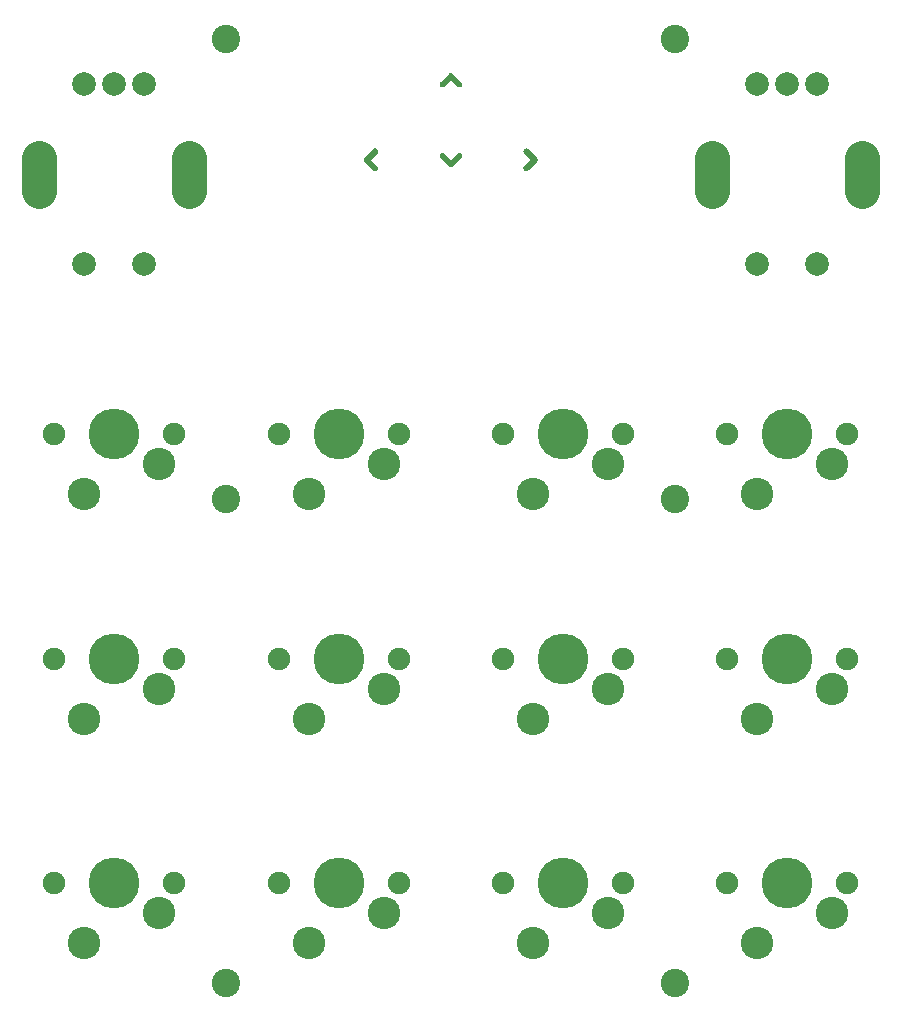
<source format=gbr>
G04 EAGLE Gerber RS-274X export*
G75*
%MOMM*%
%FSLAX34Y34*%
%LPD*%
%INSoldermask Top*%
%IPPOS*%
%AMOC8*
5,1,8,0,0,1.08239X$1,22.5*%
G01*
%ADD10C,2.403200*%
%ADD11C,1.903200*%
%ADD12C,2.743200*%
%ADD13C,4.303200*%
%ADD14C,2.003200*%
%ADD15C,3.003200*%

G36*
X405253Y726146D02*
X405253Y726146D01*
X405311Y726147D01*
X406003Y726269D01*
X406004Y726270D01*
X406005Y726270D01*
X406162Y726326D01*
X406774Y726672D01*
X406807Y726702D01*
X406881Y726754D01*
X413882Y733740D01*
X413889Y733751D01*
X413902Y733762D01*
X414370Y734289D01*
X414387Y734317D01*
X414454Y734418D01*
X414738Y735062D01*
X414738Y735063D01*
X414779Y735224D01*
X414834Y735925D01*
X414834Y735926D01*
X414819Y736091D01*
X414640Y736771D01*
X414640Y736772D01*
X414640Y736773D01*
X414620Y736817D01*
X414616Y736833D01*
X414606Y736846D01*
X414570Y736925D01*
X414176Y737506D01*
X414176Y737507D01*
X414060Y737627D01*
X413496Y738046D01*
X413495Y738047D01*
X413346Y738122D01*
X412675Y738331D01*
X412674Y738331D01*
X412509Y738353D01*
X411806Y738328D01*
X411806Y738327D01*
X411805Y738328D01*
X411642Y738294D01*
X410987Y738038D01*
X410973Y738029D01*
X410848Y737955D01*
X410309Y737502D01*
X410297Y737487D01*
X410276Y737472D01*
X405153Y732329D01*
X400028Y737485D01*
X400023Y737489D01*
X400020Y737492D01*
X400008Y737499D01*
X399992Y737518D01*
X399449Y737966D01*
X399439Y737972D01*
X399308Y738048D01*
X398650Y738297D01*
X398649Y738297D01*
X398486Y738329D01*
X397783Y738346D01*
X397782Y738346D01*
X397617Y738322D01*
X396948Y738106D01*
X396947Y738106D01*
X396904Y738083D01*
X396894Y738081D01*
X396875Y738068D01*
X396799Y738028D01*
X396240Y737602D01*
X396239Y737602D01*
X396126Y737481D01*
X395738Y736894D01*
X395737Y736893D01*
X395710Y736833D01*
X395691Y736803D01*
X395687Y736780D01*
X395670Y736740D01*
X395498Y736058D01*
X395485Y735892D01*
X395549Y735192D01*
X395549Y735191D01*
X395549Y735190D01*
X395591Y735030D01*
X395883Y734390D01*
X395904Y734361D01*
X395966Y734263D01*
X396438Y733739D01*
X396447Y733732D01*
X396456Y733720D01*
X402950Y727225D01*
X402954Y727223D01*
X402957Y727218D01*
X403466Y726729D01*
X403504Y726705D01*
X403573Y726651D01*
X404190Y726314D01*
X404191Y726314D01*
X404192Y726313D01*
X404350Y726259D01*
X405044Y726147D01*
X405074Y726148D01*
X405114Y726141D01*
X405215Y726139D01*
X405253Y726146D01*
G37*
G36*
X341130Y722792D02*
X341130Y722792D01*
X341289Y722803D01*
X341973Y722968D01*
X342126Y723033D01*
X342718Y723413D01*
X342729Y723424D01*
X342838Y723522D01*
X343223Y724005D01*
X343234Y724025D01*
X343301Y724145D01*
X343543Y724805D01*
X343543Y724806D01*
X343544Y724807D01*
X343573Y724970D01*
X343582Y725673D01*
X343582Y725674D01*
X343582Y725675D01*
X343555Y725840D01*
X343330Y726506D01*
X343329Y726506D01*
X343329Y726507D01*
X343250Y726653D01*
X342816Y727207D01*
X342796Y727224D01*
X342775Y727253D01*
X337608Y732388D01*
X337741Y732528D01*
X342732Y737519D01*
X342744Y737536D01*
X342763Y737553D01*
X343213Y738095D01*
X343220Y738108D01*
X343295Y738236D01*
X343546Y738892D01*
X343546Y738893D01*
X343547Y738893D01*
X343579Y739057D01*
X343599Y739759D01*
X343599Y739760D01*
X343597Y739772D01*
X343598Y739780D01*
X343592Y739806D01*
X343575Y739925D01*
X343362Y740595D01*
X343362Y740596D01*
X343362Y740597D01*
X343285Y740744D01*
X342861Y741306D01*
X342740Y741420D01*
X342155Y741810D01*
X342154Y741811D01*
X342002Y741879D01*
X341320Y742053D01*
X341154Y742067D01*
X340453Y742006D01*
X340452Y742006D01*
X340291Y741964D01*
X339650Y741675D01*
X339622Y741655D01*
X339522Y741592D01*
X338997Y741121D01*
X338991Y741113D01*
X338986Y741109D01*
X338985Y741108D01*
X338977Y741103D01*
X332483Y734608D01*
X332481Y734605D01*
X332476Y734602D01*
X331986Y734093D01*
X331962Y734056D01*
X331909Y733990D01*
X331568Y733375D01*
X331512Y733218D01*
X331391Y732526D01*
X331391Y732521D01*
X331390Y732361D01*
X331501Y731666D01*
X331555Y731509D01*
X331888Y730890D01*
X331917Y730855D01*
X331967Y730782D01*
X332454Y730271D01*
X332459Y730268D01*
X332462Y730263D01*
X338957Y723769D01*
X338967Y723762D01*
X338976Y723751D01*
X339346Y723418D01*
X339500Y723279D01*
X339532Y723260D01*
X339625Y723196D01*
X340264Y722903D01*
X340265Y722902D01*
X340425Y722859D01*
X341125Y722792D01*
X341130Y722792D01*
G37*
G36*
X412370Y793699D02*
X412370Y793699D01*
X412530Y793708D01*
X413215Y793868D01*
X413368Y793932D01*
X413963Y794308D01*
X413981Y794325D01*
X414003Y794336D01*
X414079Y794419D01*
X414106Y794445D01*
X414109Y794452D01*
X414115Y794459D01*
X414473Y795012D01*
X414489Y795053D01*
X414527Y795125D01*
X414749Y795792D01*
X414750Y795796D01*
X414775Y795955D01*
X414767Y796659D01*
X414766Y796662D01*
X414737Y796822D01*
X414500Y797483D01*
X414494Y797493D01*
X414420Y797626D01*
X413980Y798176D01*
X413962Y798192D01*
X413943Y798217D01*
X406947Y805209D01*
X406911Y805233D01*
X406857Y805280D01*
X406259Y805651D01*
X406241Y805657D01*
X406111Y805712D01*
X405426Y805873D01*
X405404Y805874D01*
X405266Y805884D01*
X404566Y805820D01*
X404546Y805814D01*
X404410Y805780D01*
X403766Y805497D01*
X403737Y805476D01*
X403638Y805415D01*
X403108Y804950D01*
X403100Y804938D01*
X403085Y804928D01*
X396590Y798434D01*
X396588Y798430D01*
X396583Y798426D01*
X396094Y797916D01*
X396070Y797879D01*
X396016Y797809D01*
X395681Y797191D01*
X395680Y797190D01*
X395627Y797032D01*
X395515Y796338D01*
X395515Y796337D01*
X395517Y796171D01*
X395640Y795479D01*
X395641Y795478D01*
X395641Y795477D01*
X395697Y795321D01*
X396043Y794709D01*
X396044Y794708D01*
X396149Y794579D01*
X396678Y794116D01*
X396678Y794115D01*
X396679Y794115D01*
X396821Y794028D01*
X397473Y793766D01*
X397474Y793766D01*
X397474Y793765D01*
X397637Y793730D01*
X398339Y793699D01*
X398340Y793699D01*
X398505Y793720D01*
X399179Y793922D01*
X399180Y793922D01*
X399329Y793996D01*
X399897Y794411D01*
X399920Y794435D01*
X399957Y794462D01*
X405170Y799708D01*
X405276Y799649D01*
X410205Y794689D01*
X410214Y794683D01*
X410223Y794672D01*
X410744Y794197D01*
X410777Y794177D01*
X410869Y794114D01*
X411505Y793816D01*
X411507Y793815D01*
X411665Y793771D01*
X412365Y793698D01*
X412370Y793699D01*
G37*
G36*
X469357Y722759D02*
X469357Y722759D01*
X470026Y722974D01*
X470033Y722978D01*
X470040Y722979D01*
X470185Y723060D01*
X470734Y723499D01*
X470749Y723517D01*
X470775Y723535D01*
X477712Y730472D01*
X477724Y730491D01*
X477746Y730511D01*
X478190Y731058D01*
X478196Y731070D01*
X478270Y731199D01*
X478514Y731859D01*
X478514Y731862D01*
X478544Y732022D01*
X478559Y732725D01*
X478558Y732729D01*
X478557Y732732D01*
X478558Y732736D01*
X478555Y732752D01*
X478535Y732888D01*
X478318Y733557D01*
X478317Y733559D01*
X478241Y733705D01*
X477817Y734266D01*
X477795Y734286D01*
X477772Y734318D01*
X470778Y741312D01*
X470748Y741332D01*
X470713Y741367D01*
X470138Y741772D01*
X470137Y741773D01*
X470135Y741774D01*
X469985Y741845D01*
X469308Y742034D01*
X469307Y742034D01*
X469306Y742034D01*
X469141Y742051D01*
X468439Y742005D01*
X468438Y742005D01*
X468437Y742005D01*
X468275Y741966D01*
X467629Y741689D01*
X467627Y741688D01*
X467624Y741687D01*
X467485Y741595D01*
X466971Y741116D01*
X466970Y741114D01*
X466968Y741113D01*
X466868Y740980D01*
X466545Y740356D01*
X466495Y740197D01*
X466395Y739501D01*
X466395Y739496D01*
X466399Y739336D01*
X466532Y738645D01*
X466590Y738490D01*
X466942Y737881D01*
X466972Y737847D01*
X467021Y737779D01*
X472356Y732431D01*
X472352Y732343D01*
X467017Y726963D01*
X466993Y726926D01*
X466939Y726861D01*
X466588Y726252D01*
X466587Y726251D01*
X466586Y726250D01*
X466529Y726094D01*
X466401Y725402D01*
X466401Y725401D01*
X466399Y725235D01*
X466507Y724540D01*
X466507Y724538D01*
X466507Y724537D01*
X466561Y724379D01*
X466894Y723764D01*
X466894Y723763D01*
X466895Y723761D01*
X466903Y723752D01*
X466995Y723632D01*
X467512Y723154D01*
X467517Y723151D01*
X467521Y723146D01*
X467662Y723058D01*
X468313Y722793D01*
X468318Y722792D01*
X468323Y722789D01*
X468486Y722757D01*
X469189Y722735D01*
X469191Y722735D01*
X469193Y722735D01*
X469357Y722759D01*
G37*
D10*
X215000Y35000D03*
X595000Y35000D03*
X595000Y445000D03*
X215000Y445000D03*
X215000Y835000D03*
X595000Y835000D03*
D11*
X170800Y120000D03*
X69200Y120000D03*
D12*
X158100Y94600D03*
X94600Y69200D03*
D13*
X120000Y120000D03*
D11*
X360800Y500000D03*
X259200Y500000D03*
D12*
X348100Y474600D03*
X284600Y449200D03*
D13*
X310000Y500000D03*
D11*
X550800Y500000D03*
X449200Y500000D03*
D12*
X538100Y474600D03*
X474600Y449200D03*
D13*
X500000Y500000D03*
D11*
X740800Y500000D03*
X639200Y500000D03*
D12*
X728100Y474600D03*
X664600Y449200D03*
D13*
X690000Y500000D03*
D11*
X360800Y120000D03*
X259200Y120000D03*
D12*
X348100Y94600D03*
X284600Y69200D03*
D13*
X310000Y120000D03*
D11*
X550800Y120000D03*
X449200Y120000D03*
D12*
X538100Y94600D03*
X474600Y69200D03*
D13*
X500000Y120000D03*
D11*
X740800Y120000D03*
X639200Y120000D03*
D12*
X728100Y94600D03*
X664600Y69200D03*
D13*
X690000Y120000D03*
D11*
X170800Y310000D03*
X69200Y310000D03*
D12*
X158100Y284600D03*
X94600Y259200D03*
D13*
X120000Y310000D03*
D11*
X360800Y310000D03*
X259200Y310000D03*
D12*
X348100Y284600D03*
X284600Y259200D03*
D13*
X310000Y310000D03*
D11*
X550800Y310000D03*
X449200Y310000D03*
D12*
X538100Y284600D03*
X474600Y259200D03*
D13*
X500000Y310000D03*
D11*
X740800Y310000D03*
X639200Y310000D03*
D12*
X728100Y284600D03*
X664600Y259200D03*
D13*
X690000Y310000D03*
D11*
X170800Y500000D03*
X69200Y500000D03*
D12*
X158100Y474600D03*
X94600Y449200D03*
D13*
X120000Y500000D03*
D14*
X145400Y643800D03*
X94600Y643800D03*
X145400Y796200D03*
X94600Y796200D03*
X120000Y796200D03*
D15*
X183500Y734000D02*
X183500Y706000D01*
X56500Y706000D02*
X56500Y734000D01*
D14*
X715400Y643800D03*
X664600Y643800D03*
X715400Y796200D03*
X664600Y796200D03*
X690000Y796200D03*
D15*
X753500Y734000D02*
X753500Y706000D01*
X626500Y706000D02*
X626500Y734000D01*
M02*

</source>
